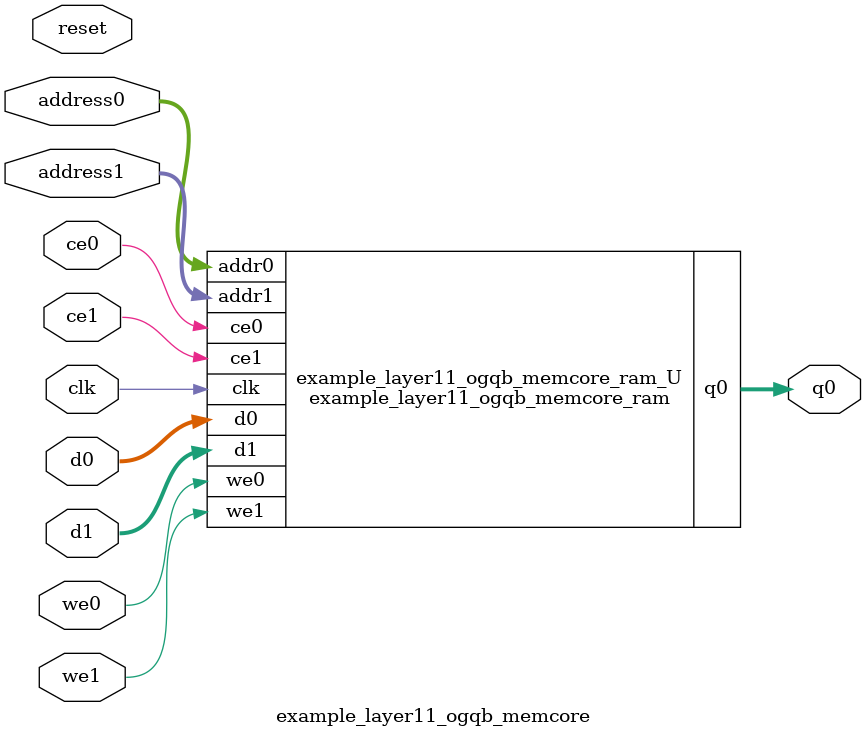
<source format=v>
`timescale 1 ns / 1 ps
module example_layer11_ogqb_memcore_ram (addr0, ce0, d0, we0, q0, addr1, ce1, d1, we1,  clk);

parameter DWIDTH = 7;
parameter AWIDTH = 7;
parameter MEM_SIZE = 120;

input[AWIDTH-1:0] addr0;
input ce0;
input[DWIDTH-1:0] d0;
input we0;
output reg[DWIDTH-1:0] q0;
input[AWIDTH-1:0] addr1;
input ce1;
input[DWIDTH-1:0] d1;
input we1;
input clk;

(* ram_style = "block" *)reg [DWIDTH-1:0] ram[0:MEM_SIZE-1];




always @(posedge clk)  
begin 
    if (ce0) begin
        if (we0) 
            ram[addr0] <= d0; 
        q0 <= ram[addr0];
    end
end


always @(posedge clk)  
begin 
    if (ce1) begin
        if (we1) 
            ram[addr1] <= d1; 
    end
end


endmodule

`timescale 1 ns / 1 ps
module example_layer11_ogqb_memcore(
    reset,
    clk,
    address0,
    ce0,
    we0,
    d0,
    q0,
    address1,
    ce1,
    we1,
    d1);

parameter DataWidth = 32'd7;
parameter AddressRange = 32'd120;
parameter AddressWidth = 32'd7;
input reset;
input clk;
input[AddressWidth - 1:0] address0;
input ce0;
input we0;
input[DataWidth - 1:0] d0;
output[DataWidth - 1:0] q0;
input[AddressWidth - 1:0] address1;
input ce1;
input we1;
input[DataWidth - 1:0] d1;



example_layer11_ogqb_memcore_ram example_layer11_ogqb_memcore_ram_U(
    .clk( clk ),
    .addr0( address0 ),
    .ce0( ce0 ),
    .we0( we0 ),
    .d0( d0 ),
    .q0( q0 ),
    .addr1( address1 ),
    .ce1( ce1 ),
    .we1( we1 ),
    .d1( d1 ));

endmodule


</source>
